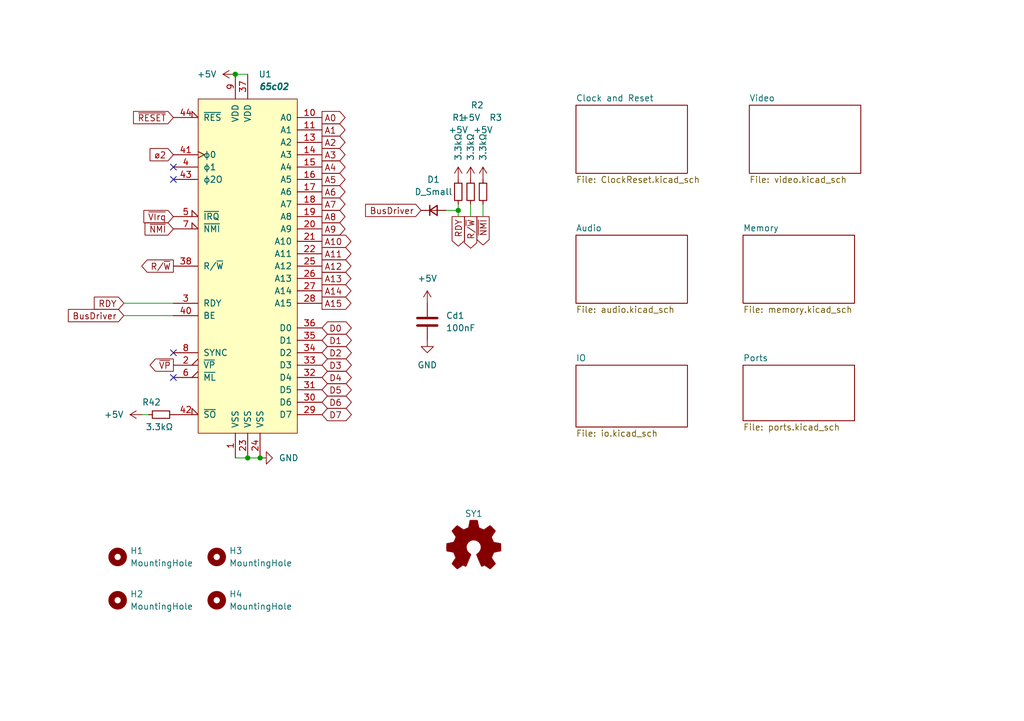
<source format=kicad_sch>
(kicad_sch (version 20230121) (generator eeschema)
  (paper "A5")
  (title_block (title "KITTY Computer"))
  (lib_symbols
    (symbol "65xx:W65C02SxPL" (pin_names (offset 1.016))
      (property "Reference" "U" (at -10.16 35.56 0))
      (property "Value" "W65C02SxPL" (at 0 0 90))
      (symbol "W65C02SxPL_0_1"
        (rectangle (start -10.16 34.29) (end 10.16 -34.29) (fill (type background)))
      )
      (symbol "W65C02SxPL_1_1"
        (pin power_in line (at -2.54 -39.37 90) (length 5.08) (name "VSS") (number "1"))
        (pin tri_state line (at 15.24 30.48 180) (length 5.08) (name "A0") (number "10"))
        (pin tri_state line (at 15.24 27.94 180) (length 5.08) (name "A1") (number "11"))
        (pin no_connect non_logic (at -10.16 -25.4 0) (length 2.54) hide (name "nc") (number "12"))
        (pin tri_state line (at 15.24 25.4 180) (length 5.08) (name "A2") (number "13"))
        (pin tri_state line (at 15.24 22.86 180) (length 5.08) (name "A3") (number "14"))
        (pin tri_state line (at 15.24 20.32 180) (length 5.08) (name "A4") (number "15"))
        (pin tri_state line (at 15.24 17.78 180) (length 5.08) (name "A5") (number "16"))
        (pin tri_state line (at 15.24 15.24 180) (length 5.08) (name "A6") (number "17"))
        (pin tri_state line (at 15.24 12.7 180) (length 5.08) (name "A7") (number "18"))
        (pin tri_state line (at 15.24 10.16 180) (length 5.08) (name "A8") (number "19"))
        (pin output output_low (at -15.24 -20.32 0) (length 5.08) (name "~{VP}") (number "2"))
        (pin tri_state line (at 15.24 7.62 180) (length 5.08) (name "A9") (number "20"))
        (pin tri_state line (at 15.24 5.08 180) (length 5.08) (name "A10") (number "21"))
        (pin tri_state line (at 15.24 2.54 180) (length 5.08) (name "A11") (number "22"))
        (pin power_in line (at 0 -39.37 90) (length 5.08) (name "VSS") (number "23"))
        (pin power_in line (at 2.54 -39.37 90) (length 5.08) (name "VSS") (number "24"))
        (pin tri_state line (at 15.24 0 180) (length 5.08) (name "A12") (number "25"))
        (pin tri_state line (at 15.24 -2.54 180) (length 5.08) (name "A13") (number "26"))
        (pin tri_state line (at 15.24 -5.08 180) (length 5.08) (name "A14") (number "27"))
        (pin tri_state line (at 15.24 -7.62 180) (length 5.08) (name "A15") (number "28"))
        (pin bidirectional line (at 15.24 -30.48 180) (length 5.08) (name "D7") (number "29"))
        (pin open_collector line (at -15.24 -7.62 0) (length 5.08) (name "RDY") (number "3"))
        (pin bidirectional line (at 15.24 -27.94 180) (length 5.08) (name "D6") (number "30"))
        (pin bidirectional line (at 15.24 -25.4 180) (length 5.08) (name "D5") (number "31"))
        (pin bidirectional line (at 15.24 -22.86 180) (length 5.08) (name "D4") (number "32"))
        (pin bidirectional line (at 15.24 -20.32 180) (length 5.08) (name "D3") (number "33"))
        (pin bidirectional line (at 15.24 -17.78 180) (length 5.08) (name "D2") (number "34"))
        (pin bidirectional line (at 15.24 -15.24 180) (length 5.08) (name "D1") (number "35"))
        (pin bidirectional line (at 15.24 -12.7 180) (length 5.08) (name "D0") (number "36"))
        (pin power_in line (at 0 39.37 270) (length 5.08) (name "VDD") (number "37"))
        (pin tri_state line (at -15.24 0 0) (length 5.08) (name "R/~{W}") (number "38"))
        (pin no_connect non_logic (at -10.16 -27.94 0) (length 2.54) hide (name "nc") (number "39"))
        (pin output line (at -15.24 20.32 0) (length 5.08) (name "ϕ1") (number "4"))
        (pin input line (at -15.24 -10.16 0) (length 5.08) (name "BE") (number "40"))
        (pin input clock (at -15.24 22.86 0) (length 5.08) (name "ϕ0") (number "41"))
        (pin input input_low (at -15.24 -30.48 0) (length 5.08) (name "~{SO}") (number "42"))
        (pin output line (at -15.24 17.78 0) (length 5.08) (name "ϕ2O") (number "43"))
        (pin input input_low (at -15.24 30.48 0) (length 5.08) (name "~{RES}") (number "44"))
        (pin input input_low (at -15.24 10.16 0) (length 5.08) (name "~{IRQ}") (number "5"))
        (pin output output_low (at -15.24 -22.86 0) (length 5.08) (name "~{ML}") (number "6"))
        (pin input input_low (at -15.24 7.62 0) (length 5.08) (name "~{NMI}") (number "7"))
        (pin output line (at -15.24 -17.78 0) (length 5.08) (name "SYNC") (number "8"))
        (pin power_in line (at -2.54 39.37 270) (length 5.08) (name "VDD") (number "9"))
      )
    )
    (symbol "Device:C" (pin_numbers hide) (pin_names (offset 0.254))
      (property "Reference" "C" (at 0.635 2.54 0))
      (property "Value" "C" (at 0.635 -2.54 0))
      (symbol "C_0_1"
        (polyline (pts (xy -2.032 -0.762) (xy 2.032 -0.762)) (stroke (width 0.508)))
        (polyline (pts (xy -2.032 0.762) (xy 2.032 0.762)) (stroke (width 0.508)))
      )
      (symbol "C_1_1"
        (pin passive line (at 0 3.81 270) (length 2.794) (name "~") (number "1"))
        (pin passive line (at 0 -3.81 90) (length 2.794) (name "~") (number "2"))
      )
    )
    (symbol "Device:D_Small" (pin_numbers hide) (pin_names (offset 0.254) hide)
      (property "Reference" "D" (at -1.27 2.032 0))
      (property "Value" "D_Small" (at -3.81 -2.032 0))
      (symbol "D_Small_0_1"
        (polyline (pts (xy -0.762 -1.016) (xy -0.762 1.016)) (stroke (width 0.254)))
        (polyline (pts (xy -0.762 0) (xy 0.762 0)))
        (polyline (pts (xy 0.762 -1.016) (xy -0.762 0) (xy 0.762 1.016) (xy 0.762 -1.016)) (stroke (width 0.254)))
      )
      (symbol "D_Small_1_1"
        (pin passive line (at -2.54 0 0) (length 1.778) (name "K") (number "1"))
        (pin passive line (at 2.54 0 180) (length 1.778) (name "A") (number "2"))
      )
    )
    (symbol "Device:R_Small" (pin_numbers hide) (pin_names (offset 0.254) hide)
      (property "Reference" "R" (at 0.762 0.508 0))
      (property "Value" "R_Small" (at 0.762 -1.016 0))
      (symbol "R_Small_0_1"
        (rectangle (start -0.762 1.778) (end 0.762 -1.778) (stroke (width 0.2032)))
      )
      (symbol "R_Small_1_1"
        (pin passive line (at 0 2.54 270) (length 0.762) (name "~") (number "1"))
        (pin passive line (at 0 -2.54 90) (length 0.762) (name "~") (number "2"))
      )
    )
    (symbol "Graphic:Logo_Open_Hardware_Small" (in_bom no) (on_board no)
      (symbol "Logo_Open_Hardware_Small_0_1"
        (polyline (pts (xy 3.3528 -4.3434) (xy 3.302 -4.318) (xy 3.175 -4.2418) (xy 2.9972 -4.1148) (xy 2.7686 -3.9624) (xy 2.54 -3.81) (xy 2.3622 -3.7084) (xy 2.2352 -3.6068) (xy 2.1844 -3.5814) (xy 2.159 -3.6068) (xy 2.0574 -3.6576) (xy 1.905 -3.7338) (xy 1.8034 -3.7846) (xy 1.6764 -3.8354) (xy 1.6002 -3.8354) (xy 1.6002 -3.8354) (xy 1.5494 -3.7338) (xy 1.4732 -3.5306) (xy 1.3462 -3.302) (xy 1.2446 -3.0226) (xy 1.1176 -2.7178) (xy 0.9652 -2.413) (xy 0.8636 -2.1082) (xy 0.7366 -1.8288) (xy 0.6604 -1.6256) (xy 0.6096 -1.4732) (xy 0.5842 -1.397) (xy 0.5842 -1.397) (xy 0.6604 -1.3208) (xy 0.7874 -1.2446) (xy 1.0414 -1.016) (xy 1.2954 -0.6858) (xy 1.4478 -0.3302) (xy 1.524 0.0762) (xy 1.4732 0.4572) (xy 1.3208 0.8128) (xy 1.0668 1.143) (xy 0.762 1.3716) (xy 0.4064 1.524) (xy 0 1.5748) (xy -0.381 1.5494) (xy -0.7366 1.397) (xy -1.0668 1.143) (xy -1.2192 0.9906) (xy -1.397 0.6604) (xy -1.524 0.3048) (xy -1.524 0.2286) (xy -1.4986 -0.1778) (xy -1.397 -0.5334) (xy -1.1938 -0.8636) (xy -0.9144 -1.143) (xy -0.8636 -1.1684) (xy -0.7366 -1.27) (xy -0.635 -1.3462) (xy -0.5842 -1.397) (xy -1.0668 -2.5908) (xy -1.143 -2.794) (xy -1.2954 -3.1242) (xy -1.397 -3.4036) (xy -1.4986 -3.6322) (xy -1.5748 -3.7846) (xy -1.6002 -3.8354) (xy -1.6002 -3.8354) (xy -1.651 -3.8354) (xy -1.7272 -3.81) (xy -1.905 -3.7338) (xy -2.0066 -3.683) (xy -2.1336 -3.6068) (xy -2.2098 -3.5814) (xy -2.2606 -3.6068) (xy -2.3622 -3.683) (xy -2.54 -3.81) (xy -2.7686 -3.9624) (xy -2.9718 -4.0894) (xy -3.1496 -4.2164) (xy -3.302 -4.318) (xy -3.3528 -4.3434) (xy -3.3782 -4.3434) (xy -3.429 -4.318) (xy -3.5306 -4.2164) (xy -3.7084 -4.064) (xy -3.937 -3.8354) (xy -3.9624 -3.81) (xy -4.1656 -3.6068) (xy -4.318 -3.4544) (xy -4.4196 -3.3274) (xy -4.445 -3.2766) (xy -4.445 -3.2766) (xy -4.4196 -3.2258) (xy -4.318 -3.0734) (xy -4.2164 -2.8956) (xy -4.064 -2.667) (xy -3.6576 -2.0828) (xy -3.8862 -1.5494) (xy -3.937 -1.3716) (xy -4.0386 -1.1684) (xy -4.0894 -1.0414) (xy -4.1148 -0.9652) (xy -4.191 -0.9398) (xy -4.318 -0.9144) (xy -4.5466 -0.8636) (xy -4.8006 -0.8128) (xy -5.0546 -0.7874) (xy -5.2578 -0.7366) (xy -5.4356 -0.7112) (xy -5.5118 -0.6858) (xy -5.5118 -0.6858) (xy -5.5372 -0.635) (xy -5.5372 -0.5588) (xy -5.5372 -0.4318) (xy -5.5626 -0.2286) (xy -5.5626 0.0762) (xy -5.5626 0.127) (xy -5.5372 0.4064) (xy -5.5372 0.635) (xy -5.5372 0.762) (xy -5.5372 0.8382) (xy -5.5372 0.8382) (xy -5.461 0.8382) (xy -5.3086 0.889) (xy -5.08 0.9144) (xy -4.826 0.9652) (xy -4.8006 0.9906) (xy -4.5466 1.0414) (xy -4.318 1.0668) (xy -4.1656 1.1176) (xy -4.0894 1.143) (xy -4.0894 1.143) (xy -4.0386 1.2446) (xy -3.9624 1.4224) (xy -3.8608 1.6256) (xy -3.7846 1.8288) (xy -3.7084 2.0066) (xy -3.6576 2.159) (xy -3.6322 2.2098) (xy -3.6322 2.2098) (xy -3.683 2.286) (xy -3.7592 2.413) (xy -3.8862 2.5908) (xy -4.064 2.8194) (xy -4.064 2.8448) (xy -4.2164 3.0734) (xy -4.3434 3.2512) (xy -4.4196 3.3782) (xy -4.445 3.4544) (xy -4.445 3.4544) (xy -4.3942 3.5052) (xy -4.2926 3.6322) (xy -4.1148 3.81) (xy -3.937 4.0132) (xy -3.8608 4.064) (xy -3.6576 4.2926) (xy -3.5052 4.4196) (xy -3.4036 4.4958) (xy -3.3528 4.5212) (xy -3.3528 4.5212) (xy -3.302 4.4704) (xy -3.1496 4.3688) (xy -2.9718 4.2418) (xy -2.7432 4.0894) (xy -2.7178 4.0894) (xy -2.4892 3.937) (xy -2.3114 3.81) (xy -2.1844 3.7084) (xy -2.1336 3.683) (xy -2.1082 3.683) (xy -2.032 3.7084) (xy -1.8542 3.7592) (xy -1.6764 3.8354) (xy -1.4732 3.937) (xy -1.27 4.0132) (xy -1.143 4.064) (xy -1.0668 4.1148) (xy -1.0668 4.1148) (xy -1.0414 4.191) (xy -1.016 4.3434) (xy -0.9652 4.572) (xy -0.9144 4.8514) (xy -0.889 4.9022) (xy -0.8382 5.1562) (xy -0.8128 5.3848) (xy -0.7874 5.5372) (xy -0.762 5.588) (xy -0.7112 5.6134) (xy -0.5842 5.6134) (xy -0.4064 5.6134) (xy -0.1524 5.6134) (xy 0.0762 5.6134) (xy 0.3302 5.6134) (xy 0.5334 5.6134) (xy 0.6858 5.588) (xy 0.7366 5.588) (xy 0.7366 5.588) (xy 0.762 5.5118) (xy 0.8128 5.334) (xy 0.8382 5.1054) (xy 0.9144 4.826) (xy 0.9144 4.7752) (xy 0.9652 4.5212) (xy 1.016 4.2926) (xy 1.0414 4.1402) (xy 1.0668 4.0894) (xy 1.0668 4.0894) (xy 1.1938 4.0386) (xy 1.3716 3.9624) (xy 1.5748 3.8608) (xy 2.0828 3.6576) (xy 2.7178 4.0894) (xy 2.7686 4.1402) (xy 2.9972 4.2926) (xy 3.175 4.4196) (xy 3.302 4.4958) (xy 3.3782 4.5212) (xy 3.3782 4.5212) (xy 3.429 4.4704) (xy 3.556 4.3434) (xy 3.7338 4.191) (xy 3.9116 3.9878) (xy 4.064 3.8354) (xy 4.2418 3.6576) (xy 4.3434 3.556) (xy 4.4196 3.4798) (xy 4.4196 3.429) (xy 4.4196 3.4036) (xy 4.3942 3.3274) (xy 4.2926 3.2004) (xy 4.1656 2.9972) (xy 4.0132 2.794) (xy 3.8862 2.5908) (xy 3.7592 2.3876) (xy 3.6576 2.2352) (xy 3.6322 2.159) (xy 3.6322 2.1336) (xy 3.683 2.0066) (xy 3.7592 1.8288) (xy 3.8608 1.6002) (xy 4.064 1.1176) (xy 4.3942 1.0414) (xy 4.5974 1.016) (xy 4.8768 0.9652) (xy 5.1308 0.9144) (xy 5.5372 0.8382) (xy 5.5626 -0.6604) (xy 5.4864 -0.6858) (xy 5.4356 -0.6858) (xy 5.2832 -0.7366) (xy 5.0546 -0.762) (xy 4.8006 -0.8128) (xy 4.5974 -0.8636) (xy 4.3688 -0.9144) (xy 4.2164 -0.9398) (xy 4.1402 -0.9398) (xy 4.1148 -0.9652) (xy 4.064 -1.0668) (xy 3.9878 -1.2446) (xy 3.9116 -1.4478) (xy 3.81 -1.651) (xy 3.7338 -1.8542) (xy 3.683 -2.0066) (xy 3.6576 -2.0828) (xy 3.683 -2.1336) (xy 3.7846 -2.2606) (xy 3.8862 -2.4638) (xy 4.0386 -2.667) (xy 4.191 -2.8956) (xy 4.318 -3.0734) (xy 4.3942 -3.2004) (xy 4.445 -3.2766) (xy 4.4196 -3.3274) (xy 4.3434 -3.429) (xy 4.1656 -3.5814) (xy 3.937 -3.8354) (xy 3.8862 -3.8608) (xy 3.683 -4.064) (xy 3.5306 -4.2164) (xy 3.4036 -4.318) (xy 3.3528 -4.3434)) (fill (type outline)))
      )
    )
    (symbol "Mechanical:MountingHole" (pin_names (offset 1.016))
      (property "Reference" "H" (at 0 5.08 0))
      (property "Value" "MountingHole" (at 0 3.175 0))
      (symbol "MountingHole_0_1"
        (circle (center 0 0) (radius 1.27) (stroke (width 1.27)))
      )
    )
    (symbol "power:+5V" (power) (pin_names (offset 0))
      (property "Value" "+5V" (at 0 3.556 0))
      (symbol "+5V_0_1"
        (polyline (pts (xy -0.762 1.27) (xy 0 2.54)))
        (polyline (pts (xy 0 0) (xy 0 2.54)))
        (polyline (pts (xy 0 2.54) (xy 0.762 1.27)))
      )
      (symbol "+5V_1_1"
        (pin power_in line (at 0 0 90) (length 0) hide (name "+5V") (number "1"))
      )
    )
    (symbol "power:GND" (power) (pin_names (offset 0))
      (property "Value" "GND" (at 0 -3.81 0))
      (symbol "GND_0_1"
        (polyline (pts (xy 0 0) (xy 0 -1.27) (xy 1.27 -1.27) (xy 0 -2.54) (xy -1.27 -1.27) (xy 0 -1.27)))
      )
      (symbol "GND_1_1"
        (pin power_in line (at 0 0 270) (length 0) hide (name "GND") (number "1"))
      )
    )
  )
  (junction (at 93.98 43.18))
  (junction (at 50.8 93.98))
  (junction (at 53.34 93.98))
  (junction (at 48.26 15.24))
  (no_connect (at 35.56 34.29))
  (no_connect (at 35.56 77.47))
  (no_connect (at 35.56 36.83))
  (no_connect (at 35.56 72.39))
  (wire (pts (xy 25.4 64.77) (xy 35.56 64.77)))
  (wire (pts (xy 48.26 15.24) (xy 50.8 15.24)))
  (wire (pts (xy 93.98 41.91) (xy 93.98 43.18)))
  (wire (pts (xy 48.26 93.98) (xy 50.8 93.98)))
  (wire (pts (xy 99.06 41.91) (xy 99.06 44.45)))
  (wire (pts (xy 29.21 85.09) (xy 30.48 85.09)))
  (wire (pts (xy 93.98 43.18) (xy 93.98 44.45)))
  (wire (pts (xy 50.8 93.98) (xy 53.34 93.98)))
  (wire (pts (xy 25.4 62.23) (xy 35.56 62.23)))
  (wire (pts (xy 91.44 43.18) (xy 93.98 43.18)))
  (wire (pts (xy 96.52 41.91) (xy 96.52 44.45)))
  (global_label "RDY" (shape output) (at 93.98 44.45 270) (property "Intersheetrefs" "${INTERSHEET_REFS}" (effects hide)))
  (global_label "D4" (shape bidirectional) (at 66.04 77.47 0) (property "Intersheetrefs" "${INTERSHEET_REFS}" (effects hide)))
  (global_label "R{slash}~{W}" (shape output) (at 96.52 44.45 270) (property "Intersheetrefs" "${INTERSHEET_REFS}" (effects hide)))
  (global_label "A6" (shape output) (at 66.04 39.37 0) (property "Intersheetrefs" "${INTERSHEET_REFS}" (effects hide)))
  (global_label "A7" (shape output) (at 66.04 41.91 0) (property "Intersheetrefs" "${INTERSHEET_REFS}" (effects hide)))
  (global_label "RDY" (shape input) (at 25.4 62.23 180) (property "Intersheetrefs" "${INTERSHEET_REFS}" (effects hide)))
  (global_label "A2" (shape output) (at 66.04 29.21 0) (property "Intersheetrefs" "${INTERSHEET_REFS}" (effects hide)))
  (global_label "ø2" (shape input) (at 35.56 31.75 180) (property "Intersheetrefs" "${INTERSHEET_REFS}" (effects hide)))
  (global_label "D3" (shape bidirectional) (at 66.04 74.93 0) (property "Intersheetrefs" "${INTERSHEET_REFS}" (effects hide)))
  (global_label "A10" (shape output) (at 66.04 49.53 0) (property "Intersheetrefs" "${INTERSHEET_REFS}" (effects hide)))
  (global_label "D7" (shape bidirectional) (at 66.04 85.09 0) (property "Intersheetrefs" "${INTERSHEET_REFS}" (effects hide)))
  (global_label "A0" (shape output) (at 66.04 24.13 0) (property "Intersheetrefs" "${INTERSHEET_REFS}" (effects hide)))
  (global_label "A1" (shape output) (at 66.04 26.67 0) (property "Intersheetrefs" "${INTERSHEET_REFS}" (effects hide)))
  (global_label "~{VP}" (shape output) (at 35.56 74.93 180) (property "Intersheetrefs" "${INTERSHEET_REFS}" (effects hide)))
  (global_label "BusDriver" (shape input) (at 86.36 43.18 180) (property "Intersheetrefs" "${INTERSHEET_REFS}" (effects hide)))
  (global_label "A15" (shape output) (at 66.04 62.23 0) (property "Intersheetrefs" "${INTERSHEET_REFS}" (effects hide)))
  (global_label "A5" (shape output) (at 66.04 36.83 0) (property "Intersheetrefs" "${INTERSHEET_REFS}" (effects hide)))
  (global_label "A9" (shape output) (at 66.04 46.99 0) (property "Intersheetrefs" "${INTERSHEET_REFS}" (effects hide)))
  (global_label "~{VIrq}" (shape input) (at 35.56 44.45 180) (property "Intersheetrefs" "${INTERSHEET_REFS}" (effects hide)))
  (global_label "A13" (shape output) (at 66.04 57.15 0) (property "Intersheetrefs" "${INTERSHEET_REFS}" (effects hide)))
  (global_label "A3" (shape output) (at 66.04 31.75 0) (property "Intersheetrefs" "${INTERSHEET_REFS}" (effects hide)))
  (global_label "A14" (shape output) (at 66.04 59.69 0) (property "Intersheetrefs" "${INTERSHEET_REFS}" (effects hide)))
  (global_label "A8" (shape output) (at 66.04 44.45 0) (property "Intersheetrefs" "${INTERSHEET_REFS}" (effects hide)))
  (global_label "D1" (shape bidirectional) (at 66.04 69.85 0) (property "Intersheetrefs" "${INTERSHEET_REFS}" (effects hide)))
  (global_label "D5" (shape bidirectional) (at 66.04 80.01 0) (property "Intersheetrefs" "${INTERSHEET_REFS}" (effects hide)))
  (global_label "~{NMI}" (shape input) (at 35.56 46.99 180) (property "Intersheetrefs" "${INTERSHEET_REFS}" (effects hide)))
  (global_label "~{RESET}" (shape input) (at 35.56 24.13 180) (property "Intersheetrefs" "${INTERSHEET_REFS}" (effects hide)))
  (global_label "D2" (shape bidirectional) (at 66.04 72.39 0) (property "Intersheetrefs" "${INTERSHEET_REFS}" (effects hide)))
  (global_label "R{slash}~{W}" (shape output) (at 35.56 54.61 180) (property "Intersheetrefs" "${INTERSHEET_REFS}" (effects hide)))
  (global_label "D6" (shape bidirectional) (at 66.04 82.55 0) (property "Intersheetrefs" "${INTERSHEET_REFS}" (effects hide)))
  (global_label "A11" (shape output) (at 66.04 52.07 0) (property "Intersheetrefs" "${INTERSHEET_REFS}" (effects hide)))
  (global_label "A4" (shape output) (at 66.04 34.29 0) (property "Intersheetrefs" "${INTERSHEET_REFS}" (effects hide)))
  (global_label "A12" (shape output) (at 66.04 54.61 0) (property "Intersheetrefs" "${INTERSHEET_REFS}" (effects hide)))
  (global_label "D0" (shape bidirectional) (at 66.04 67.31 0) (property "Intersheetrefs" "${INTERSHEET_REFS}" (effects hide)))
  (global_label "~{NMI}" (shape output) (at 99.06 44.45 270) (property "Intersheetrefs" "${INTERSHEET_REFS}" (effects hide)))
  (global_label "BusDriver" (shape input) (at 25.4 64.77 180) (property "Intersheetrefs" "${INTERSHEET_REFS}" (effects hide)))
  (symbol (lib_id "power:GND") (at 53.34 93.98 90) (unit 1)
    (property "Reference" "#PWR03" (effects hide))
    (property "Value" "GND" (at 57.15 93.98 90) (effects (justify right)))
  )
  (symbol (lib_id "power:+5V") (at 48.26 15.24 90) (unit 1)
    (property "Reference" "#PWR02" (effects hide))
    (property "Value" "+5V" (at 44.45 15.24 90) (effects (justify left)))
  )
  (symbol (lib_id "power:+5V") (at 99.06 36.83 0) (unit 1)
    (property "Reference" "#PWR08" (effects hide))
    (property "Value" "+5V" (at 99.06 26.67 0))
  )
  (symbol (lib_id "Graphic:Logo_Open_Hardware_Small") (at 97.155 112.395 0) (unit 1) (in_bom no)
    (property "Reference" "SY1" (at 97.155 105.41 0))
    (property "Value" "Logo_Open_Hardware_Small" (effects hide))
    (property "Footprint" "Symbol:OSHW-Logo_7.5x8mm_SilkScreen" (effects hide))
  )
  (symbol (lib_id "Device:R_Small") (at 99.06 39.37 180) (unit 1)
    (property "Reference" "R3" (at 100.33 24.13 0) (effects (justify right)))
    (property "Value" "3.3kΩ" (at 99.06 33.02 90) (effects (justify right)))
    (property "Footprint" "Resistor_THT:R_Axial_DIN0204_L3.6mm_D1.6mm_P7.62mm_Horizontal" (effects hide))
  )
  (symbol (lib_id "65xx:W65C02SxPL") (at 50.8 54.61 0) (unit 1)
    (property "Reference" "U1" (at 52.9941 15.24 0) (effects (justify left)))
    (property "Value" "65c02" (at 52.9941 17.78 0) (effects (font bold italic) (justify left)))
    (property "Footprint" "PCM_Package_LCC_AKL:PLCC-44_THT-Socket" (effects hide))
    (property "Datasheet" "http://www.westerndesigncenter.com/wdc/documentation/w65c02s.pdf" (effects hide))
  )
  (symbol (lib_id "Device:R_Small") (at 96.52 39.37 180) (unit 1)
    (property "Reference" "R2" (at 96.52 21.59 0) (effects (justify right)))
    (property "Value" "3.3kΩ" (at 96.52 33.02 90) (effects (justify right)))
    (property "Footprint" "Resistor_THT:R_Axial_DIN0204_L3.6mm_D1.6mm_P7.62mm_Horizontal" (effects hide))
  )
  (symbol (lib_id "Device:R_Small") (at 93.98 39.37 180) (unit 1)
    (property "Reference" "R1" (at 92.71 24.13 0) (effects (justify right)))
    (property "Value" "3.3kΩ" (at 93.98 33.02 90) (effects (justify right)))
    (property "Footprint" "Resistor_THT:R_Axial_DIN0204_L3.6mm_D1.6mm_P7.62mm_Horizontal" (effects hide))
  )
  (symbol (lib_id "Mechanical:MountingHole") (at 44.45 114.3 0) (unit 1)
    (property "Reference" "H3" (at 46.99 113.03 0) (effects (justify left)))
    (property "Value" "MountingHole" (at 46.99 115.57 0) (effects (justify left)))
    (property "Footprint" "MountingHole:MountingHole_3.2mm_M3_ISO14580" (effects hide))
  )
  (symbol (lib_id "power:+5V") (at 93.98 36.83 0) (unit 1)
    (property "Reference" "#PWR06" (effects hide))
    (property "Value" "+5V" (at 93.98 26.67 0))
  )
  (symbol (lib_id "Mechanical:MountingHole") (at 44.45 123.19 0) (unit 1)
    (property "Reference" "H4" (at 46.99 121.92 0) (effects (justify left)))
    (property "Value" "MountingHole" (at 46.99 124.46 0) (effects (justify left)))
    (property "Footprint" "MountingHole:MountingHole_3.2mm_M3_ISO14580" (effects hide))
  )
  (symbol (lib_id "Device:D_Small") (at 88.9 43.18 0) (unit 1)
    (property "Reference" "D1" (at 88.9 36.83 0))
    (property "Value" "D_Small" (at 88.9 39.37 0))
    (property "Footprint" "Diode_THT:D_DO-34_SOD68_P7.62mm_Horizontal" (effects hide))
    (property "Sim.Device" "D" (effects hide))
    (property "Sim.Pins" "1=K 2=A" (effects hide))
  )
  (symbol (lib_id "power:+5V") (at 29.21 85.09 90) (unit 1)
    (property "Reference" "#PWR01" (effects hide))
    (property "Value" "+5V" (at 25.4 85.09 90) (effects (justify left)))
  )
  (symbol (lib_id "Device:C") (at 87.63 66.04 0) (unit 1)
    (property "Reference" "Cd1" (at 91.44 64.77 0) (effects (justify left)))
    (property "Value" "100nF" (at 91.44 67.31 0) (effects (justify left)))
    (property "Footprint" "Capacitor_THT:C_Disc_D3.0mm_W2.0mm_P2.50mm" (effects hide))
  )
  (symbol (lib_id "Mechanical:MountingHole") (at 24.13 114.3 0) (unit 1)
    (property "Reference" "H1" (at 26.67 113.03 0) (effects (justify left)))
    (property "Value" "MountingHole" (at 26.67 115.57 0) (effects (justify left)))
    (property "Footprint" "MountingHole:MountingHole_3.2mm_M3_ISO14580" (effects hide))
  )
  (symbol (lib_id "Mechanical:MountingHole") (at 24.13 123.19 0) (unit 1)
    (property "Reference" "H2" (at 26.67 121.92 0) (effects (justify left)))
    (property "Value" "MountingHole" (at 26.67 124.46 0) (effects (justify left)))
    (property "Footprint" "MountingHole:MountingHole_3.2mm_M3_ISO14580" (effects hide))
  )
  (symbol (lib_id "Device:R_Small") (at 33.02 85.09 270) (unit 1)
    (property "Reference" "R42" (at 33.02 82.55 90) (effects (justify right)))
    (property "Value" "3.3kΩ" (at 35.56 87.63 90) (effects (justify right)))
    (property "Footprint" "Resistor_THT:R_Axial_DIN0204_L3.6mm_D1.6mm_P7.62mm_Horizontal" (effects hide))
  )
  (symbol (lib_id "power:+5V") (at 96.52 36.83 0) (unit 1)
    (property "Reference" "#PWR07" (effects hide))
    (property "Value" "+5V" (at 96.52 24.13 0))
  )
  (symbol (lib_id "power:GND") (at 87.63 69.85 0) (unit 1)
    (property "Reference" "#PWR05" (effects hide))
    (property "Value" "GND" (at 87.63 74.93 0))
  )
  (symbol (lib_id "power:+5V") (at 87.63 62.23 0) (unit 1)
    (property "Reference" "#PWR04" (effects hide))
    (property "Value" "+5V" (at 87.63 57.15 0))
  )
  (sheet (at 153.67 21.59) (size 22.86 13.97) (stroke (width 0.1524))
    (property "Sheetname" "Video" (at 153.67 20.8784 0) (effects (justify left bottom)))
    (property "Sheetfile" "video.kicad_sch" (at 153.67 36.1446 0) (effects (justify left top)))
  )
  (sheet (at 118.11 48.26) (size 22.86 13.97) (stroke (width 0.1524))
    (property "Sheetname" "Audio" (at 118.11 47.5484 0) (effects (justify left bottom)))
    (property "Sheetfile" "audio.kicad_sch" (at 118.11 62.8146 0) (effects (justify left top)))
  )
  (sheet (at 118.11 21.59) (size 22.86 13.97) (stroke (width 0.1524))
    (property "Sheetname" "Clock and Reset" (at 118.11 20.8784 0) (effects (justify left bottom)))
    (property "Sheetfile" "ClockReset.kicad_sch" (at 118.11 36.1446 0) (effects (justify left top)))
  )
  (sheet (at 118.11 74.93) (size 22.86 12.7) (stroke (width 0.1524))
    (property "Sheetname" "IO" (at 118.11 74.2184 0) (effects (justify left bottom)))
    (property "Sheetfile" "io.kicad_sch" (at 118.11 88.2146 0) (effects (justify left top)))
  )
  (sheet (at 152.4 74.93) (size 22.86 11.43) (stroke (width 0.1524))
    (property "Sheetname" "Ports" (at 152.4 74.2184 0) (effects (justify left bottom)))
    (property "Sheetfile" "ports.kicad_sch" (at 152.4 86.9446 0) (effects (justify left top)))
  )
  (sheet (at 152.4 48.26) (size 22.86 13.97) (stroke (width 0.1524))
    (property "Sheetname" "Memory" (at 152.4 47.5484 0) (effects (justify left bottom)))
    (property "Sheetfile" "memory.kicad_sch" (at 152.4 62.8146 0) (effects (justify left top)))
  )
)
</source>
